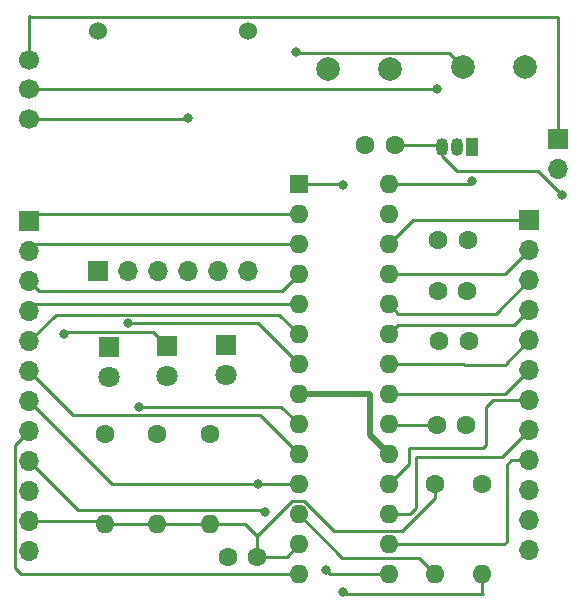
<source format=gbr>
%TF.GenerationSoftware,KiCad,Pcbnew,7.0.1-0*%
%TF.CreationDate,2023-04-17T16:38:54-05:00*%
%TF.ProjectId,PIC32,50494333-322e-46b6-9963-61645f706362,rev?*%
%TF.SameCoordinates,Original*%
%TF.FileFunction,Copper,L1,Top*%
%TF.FilePolarity,Positive*%
%FSLAX46Y46*%
G04 Gerber Fmt 4.6, Leading zero omitted, Abs format (unit mm)*
G04 Created by KiCad (PCBNEW 7.0.1-0) date 2023-04-17 16:38:54*
%MOMM*%
%LPD*%
G01*
G04 APERTURE LIST*
%TA.AperFunction,ComponentPad*%
%ADD10R,1.700000X1.700000*%
%TD*%
%TA.AperFunction,ComponentPad*%
%ADD11O,1.700000X1.700000*%
%TD*%
%TA.AperFunction,ComponentPad*%
%ADD12C,1.524000*%
%TD*%
%TA.AperFunction,ComponentPad*%
%ADD13C,1.600000*%
%TD*%
%TA.AperFunction,ComponentPad*%
%ADD14C,1.700000*%
%TD*%
%TA.AperFunction,ComponentPad*%
%ADD15C,2.000000*%
%TD*%
%TA.AperFunction,ComponentPad*%
%ADD16O,1.600000X1.600000*%
%TD*%
%TA.AperFunction,ComponentPad*%
%ADD17R,1.800000X1.800000*%
%TD*%
%TA.AperFunction,ComponentPad*%
%ADD18C,1.800000*%
%TD*%
%TA.AperFunction,ComponentPad*%
%ADD19O,1.050000X1.500000*%
%TD*%
%TA.AperFunction,ComponentPad*%
%ADD20R,1.050000X1.500000*%
%TD*%
%TA.AperFunction,ComponentPad*%
%ADD21R,1.600000X1.600000*%
%TD*%
%TA.AperFunction,ViaPad*%
%ADD22C,0.800000*%
%TD*%
%TA.AperFunction,Conductor*%
%ADD23C,0.250000*%
%TD*%
%TA.AperFunction,Conductor*%
%ADD24C,0.500000*%
%TD*%
G04 APERTURE END LIST*
D10*
%TO.P,J4,1,Pin_1*%
%TO.N,unconnected-(J4-Pin_1-Pad1)*%
X108780000Y-122140000D03*
D11*
%TO.P,J4,2,Pin_2*%
%TO.N,/U1TX*%
X111320000Y-122140000D03*
%TO.P,J4,3,Pin_3*%
%TO.N,/U1RX*%
X113860000Y-122140000D03*
%TO.P,J4,4,Pin_4*%
%TO.N,Net-(J4-Pin_4)*%
X116400000Y-122140000D03*
%TO.P,J4,5,Pin_5*%
%TO.N,unconnected-(J4-Pin_5-Pad5)*%
X118940000Y-122140000D03*
%TO.P,J4,6,Pin_6*%
%TO.N,GND*%
X121480000Y-122140000D03*
D12*
%TO.P,J4,7*%
%TO.N,N/C*%
X108780000Y-101820000D03*
%TO.P,J4,8*%
X121480000Y-101820000D03*
%TD*%
D13*
%TO.P,C6,1*%
%TO.N,+3.3V*%
X122260000Y-146290000D03*
%TO.P,C6,2*%
%TO.N,GND*%
X119760000Y-146290000D03*
%TD*%
%TO.P,C2,2*%
%TO.N,GND*%
X137590000Y-119470000D03*
%TO.P,C2,1*%
%TO.N,+3.3V*%
X140090000Y-119470000D03*
%TD*%
D14*
%TO.P,SW1,1,A*%
%TO.N,Net-(J4-Pin_4)*%
X102960000Y-109240000D03*
%TO.P,SW1,2,B*%
%TO.N,/Vin*%
X102960000Y-106740000D03*
%TO.P,SW1,3,C*%
%TO.N,Net-(J1-Pin_1)*%
X102960000Y-104240000D03*
%TD*%
D15*
%TO.P,SW3,1,1*%
%TO.N,/USER*%
X128220000Y-104980000D03*
%TO.P,SW3,2,2*%
%TO.N,GND*%
X133470000Y-104980000D03*
%TD*%
%TO.P,SW2,1,1*%
%TO.N,/MCLR*%
X139680000Y-104850000D03*
%TO.P,SW2,2,2*%
%TO.N,GND*%
X144930000Y-104850000D03*
%TD*%
D10*
%TO.P,J2,1,Pin_1*%
%TO.N,/A0*%
X102960000Y-117920000D03*
D11*
%TO.P,J2,2,Pin_2*%
%TO.N,/A1*%
X102960000Y-120460000D03*
%TO.P,J2,3,Pin_3*%
%TO.N,/B0*%
X102960000Y-123000000D03*
%TO.P,J2,4,Pin_4*%
%TO.N,/B1*%
X102960000Y-125540000D03*
%TO.P,J2,5,Pin_5*%
%TO.N,/B2*%
X102960000Y-128080000D03*
%TO.P,J2,6,Pin_6*%
%TO.N,/A3*%
X102960000Y-130620000D03*
%TO.P,J2,7,Pin_7*%
%TO.N,/GREEN*%
X102960000Y-133160000D03*
%TO.P,J2,8,Pin_8*%
%TO.N,/YELLOW*%
X102960000Y-135700000D03*
%TO.P,J2,9,Pin_9*%
%TO.N,/B6*%
X102960000Y-138240000D03*
%TO.P,J2,10,Pin_10*%
%TO.N,/Vin*%
X102960000Y-140780000D03*
%TO.P,J2,11,Pin_11*%
%TO.N,+3.3V*%
X102960000Y-143320000D03*
%TO.P,J2,12,Pin_12*%
%TO.N,GND*%
X102960000Y-145860000D03*
%TD*%
D16*
%TO.P,R2,2*%
%TO.N,+3.3V*%
X109370000Y-143500000D03*
D13*
%TO.P,R2,1*%
%TO.N,Net-(D2-A)*%
X109370000Y-135880000D03*
%TD*%
D10*
%TO.P,J3,1,Pin_1*%
%TO.N,/B15*%
X145280000Y-117820000D03*
D11*
%TO.P,J3,2,Pin_2*%
%TO.N,/B14*%
X145280000Y-120360000D03*
%TO.P,J3,3,Pin_3*%
%TO.N,/B13*%
X145280000Y-122900000D03*
%TO.P,J3,4,Pin_4*%
%TO.N,/B12*%
X145280000Y-125440000D03*
%TO.P,J3,5,Pin_5*%
%TO.N,/B11*%
X145280000Y-127980000D03*
%TO.P,J3,6,Pin_6*%
%TO.N,/B10*%
X145280000Y-130520000D03*
%TO.P,J3,7,Pin_7*%
%TO.N,/B9*%
X145280000Y-133060000D03*
%TO.P,J3,8,Pin_8*%
%TO.N,/B8*%
X145280000Y-135600000D03*
%TO.P,J3,9,Pin_9*%
%TO.N,/B7*%
X145280000Y-138140000D03*
%TO.P,J3,10,Pin_10*%
%TO.N,/Vin*%
X145280000Y-140680000D03*
%TO.P,J3,11,Pin_11*%
%TO.N,+3.3V*%
X145280000Y-143220000D03*
%TO.P,J3,12,Pin_12*%
%TO.N,GND*%
X145280000Y-145760000D03*
%TD*%
D13*
%TO.P,R3,1*%
%TO.N,Net-(D3-A)*%
X113780000Y-135880000D03*
D16*
%TO.P,R3,2*%
%TO.N,+3.3V*%
X113780000Y-143500000D03*
%TD*%
D13*
%TO.P,R5,1*%
%TO.N,+3.3V*%
X137340000Y-140150000D03*
D16*
%TO.P,R5,2*%
%TO.N,/USER*%
X137340000Y-147770000D03*
%TD*%
D13*
%TO.P,330,1*%
%TO.N,Net-(D1-A)*%
X118260000Y-135900000D03*
D16*
%TO.P,330,2*%
%TO.N,+3.3V*%
X118260000Y-143520000D03*
%TD*%
D13*
%TO.P,C3,1*%
%TO.N,+3.3V*%
X140060000Y-123850000D03*
%TO.P,C3,2*%
%TO.N,GND*%
X137560000Y-123850000D03*
%TD*%
D10*
%TO.P,J1,1,Pin_1*%
%TO.N,Net-(J1-Pin_1)*%
X147740000Y-110920000D03*
D11*
%TO.P,J1,2,Pin_2*%
%TO.N,GND*%
X147740000Y-113460000D03*
%TD*%
D17*
%TO.P,D1,1,K*%
%TO.N,/GREEN*%
X119650000Y-128385000D03*
D18*
%TO.P,D1,2,A*%
%TO.N,Net-(D1-A)*%
X119650000Y-130925000D03*
%TD*%
D17*
%TO.P,D3,1,K*%
%TO.N,/YELLOW*%
X114620000Y-128490000D03*
D18*
%TO.P,D3,2,A*%
%TO.N,Net-(D3-A)*%
X114620000Y-131030000D03*
%TD*%
D13*
%TO.P,C4,1*%
%TO.N,+3.3V*%
X140170000Y-128040000D03*
%TO.P,C4,2*%
%TO.N,GND*%
X137670000Y-128040000D03*
%TD*%
D19*
%TO.P,U2,3,Vin*%
%TO.N,/Vin*%
X137890000Y-111610000D03*
%TO.P,U2,2,GND*%
%TO.N,GND*%
X139160000Y-111610000D03*
D20*
%TO.P,U2,1,Vout*%
%TO.N,+3.3V*%
X140430000Y-111610000D03*
%TD*%
D13*
%TO.P,R4,1*%
%TO.N,+3.3V*%
X141270000Y-140110000D03*
D16*
%TO.P,R4,2*%
%TO.N,/MCLR*%
X141270000Y-147730000D03*
%TD*%
D13*
%TO.P,C1,1*%
%TO.N,/Vin*%
X133900000Y-111430000D03*
%TO.P,C1,2*%
%TO.N,GND*%
X131400000Y-111430000D03*
%TD*%
D17*
%TO.P,D2,1,K*%
%TO.N,GND*%
X109690000Y-128540000D03*
D18*
%TO.P,D2,2,A*%
%TO.N,Net-(D2-A)*%
X109690000Y-131080000D03*
%TD*%
D13*
%TO.P,C5,1*%
%TO.N,Net-(U1-Vcap)*%
X137460000Y-135190000D03*
%TO.P,C5,2*%
%TO.N,GND*%
X139960000Y-135190000D03*
%TD*%
D16*
%TO.P,PIC32MX170f256b,28,AVdd*%
%TO.N,+3.3V*%
X133400000Y-114775000D03*
%TO.P,PIC32MX170f256b,27,AVss*%
%TO.N,GND*%
X133400000Y-117315000D03*
%TO.P,PIC32MX170f256b,26,B15*%
%TO.N,/B15*%
X133400000Y-119855000D03*
%TO.P,PIC32MX170f256b,25,B14*%
%TO.N,/B14*%
X133400000Y-122395000D03*
%TO.P,PIC32MX170f256b,24,B13*%
%TO.N,/B13*%
X133400000Y-124935000D03*
%TO.P,PIC32MX170f256b,23,B12*%
%TO.N,/B12*%
X133400000Y-127475000D03*
%TO.P,PIC32MX170f256b,22,B11*%
%TO.N,/B11*%
X133400000Y-130015000D03*
%TO.P,PIC32MX170f256b,21,B10*%
%TO.N,/B10*%
X133400000Y-132555000D03*
%TO.P,PIC32MX170f256b,20,Vcap*%
%TO.N,Net-(U1-Vcap)*%
X133400000Y-135095000D03*
%TO.P,PIC32MX170f256b,19,Vss*%
%TO.N,GND*%
X133400000Y-137635000D03*
%TO.P,PIC32MX170f256b,18,B9*%
%TO.N,/B9*%
X133400000Y-140175000D03*
%TO.P,PIC32MX170f256b,17,B8*%
%TO.N,/B8*%
X133400000Y-142715000D03*
%TO.P,PIC32MX170f256b,16,B7*%
%TO.N,/B7*%
X133400000Y-145255000D03*
%TO.P,PIC32MX170f256b,15,B6*%
%TO.N,/B6*%
X133400000Y-147795000D03*
%TO.P,PIC32MX170f256b,14,B5*%
%TO.N,/YELLOW*%
X125780000Y-147795000D03*
%TO.P,PIC32MX170f256b,13,Vdd*%
%TO.N,+3.3V*%
X125780000Y-145255000D03*
%TO.P,PIC32MX170f256b,12,A4*%
%TO.N,/USER*%
X125780000Y-142715000D03*
%TO.P,PIC32MX170f256b,11,B4*%
%TO.N,/GREEN*%
X125780000Y-140175000D03*
%TO.P,PIC32MX170f256b,10,A3*%
%TO.N,/A3*%
X125780000Y-137635000D03*
%TO.P,PIC32MX170f256b,9,A2*%
%TO.N,/U1RX*%
X125780000Y-135095000D03*
%TO.P,PIC32MX170f256b,8,Vss*%
%TO.N,GND*%
X125780000Y-132555000D03*
%TO.P,PIC32MX170f256b,7,B3*%
%TO.N,/U1TX*%
X125780000Y-130015000D03*
%TO.P,PIC32MX170f256b,6,B2*%
%TO.N,/B2*%
X125780000Y-127475000D03*
%TO.P,PIC32MX170f256b,5,B1*%
%TO.N,/B1*%
X125780000Y-124935000D03*
%TO.P,PIC32MX170f256b,4,B0*%
%TO.N,/B0*%
X125780000Y-122395000D03*
%TO.P,PIC32MX170f256b,3,A1*%
%TO.N,/A1*%
X125780000Y-119855000D03*
%TO.P,PIC32MX170f256b,2,A0*%
%TO.N,/A0*%
X125780000Y-117315000D03*
D21*
%TO.P,PIC32MX170f256b,1,~{MCLR}*%
%TO.N,/MCLR*%
X125780000Y-114775000D03*
%TD*%
D22*
%TO.N,/Vin*%
X148080000Y-115720000D03*
%TO.N,/B6*%
X128060000Y-147430000D03*
X122890000Y-142490000D03*
%TO.N,/YELLOW*%
X105900000Y-127480000D03*
%TO.N,/GREEN*%
X122310000Y-140175000D03*
%TO.N,/U1TX*%
X111340000Y-126530000D03*
%TO.N,/U1RX*%
X112280000Y-133590000D03*
%TO.N,/MCLR*%
X129500000Y-114850000D03*
X129540000Y-149270000D03*
X125580000Y-103610000D03*
%TO.N,+3.3V*%
X140430000Y-114520000D03*
%TO.N,/Vin*%
X137480000Y-106710000D03*
%TO.N,Net-(J4-Pin_4)*%
X116400000Y-109170000D03*
%TD*%
D23*
%TO.N,/Vin*%
X148080000Y-115720000D02*
X146010000Y-113650000D01*
X146010000Y-113650000D02*
X139180000Y-113650000D01*
X139180000Y-113650000D02*
X137890000Y-112360000D01*
X137890000Y-112360000D02*
X137890000Y-111610000D01*
%TO.N,+3.3V*%
X113780000Y-143500000D02*
X118240000Y-143500000D01*
X118240000Y-143500000D02*
X118260000Y-143520000D01*
X109370000Y-143500000D02*
X113780000Y-143500000D01*
X102960000Y-143320000D02*
X109190000Y-143320000D01*
%TO.N,/B6*%
X128425000Y-147795000D02*
X133400000Y-147795000D01*
X102960000Y-138240000D02*
X107095000Y-142375000D01*
X128060000Y-147430000D02*
X128425000Y-147795000D01*
X107095000Y-142375000D02*
X122775000Y-142375000D01*
X122775000Y-142375000D02*
X122890000Y-142490000D01*
%TO.N,/YELLOW*%
X113445000Y-127315000D02*
X106065000Y-127315000D01*
X106065000Y-127315000D02*
X105900000Y-127480000D01*
X114620000Y-128490000D02*
X113445000Y-127315000D01*
X125780000Y-147795000D02*
X102305000Y-147795000D01*
X102305000Y-147795000D02*
X101785000Y-147275000D01*
X101785000Y-147275000D02*
X101785000Y-136875000D01*
X101785000Y-136875000D02*
X102960000Y-135700000D01*
%TO.N,/GREEN*%
X125780000Y-140175000D02*
X109975000Y-140175000D01*
X109975000Y-140175000D02*
X102960000Y-133160000D01*
%TO.N,/A3*%
X102960000Y-130620000D02*
X106655000Y-134315000D01*
X106655000Y-134315000D02*
X122460000Y-134315000D01*
X122460000Y-134315000D02*
X125780000Y-137635000D01*
%TO.N,/B2*%
X125780000Y-127475000D02*
X124110000Y-125805000D01*
X124110000Y-125805000D02*
X105235000Y-125805000D01*
X105235000Y-125805000D02*
X102960000Y-128080000D01*
%TO.N,/B1*%
X125780000Y-124935000D02*
X103565000Y-124935000D01*
X103565000Y-124935000D02*
X102960000Y-125540000D01*
%TO.N,/B0*%
X125780000Y-122395000D02*
X124325000Y-123850000D01*
X124325000Y-123850000D02*
X103810000Y-123850000D01*
X103810000Y-123850000D02*
X102960000Y-123000000D01*
%TO.N,/A1*%
X125780000Y-119855000D02*
X103565000Y-119855000D01*
X103565000Y-119855000D02*
X102960000Y-120460000D01*
%TO.N,/A0*%
X125780000Y-117315000D02*
X103565000Y-117315000D01*
X103565000Y-117315000D02*
X102960000Y-117920000D01*
%TO.N,/U1TX*%
X111340000Y-126530000D02*
X122295000Y-126530000D01*
X122295000Y-126530000D02*
X125780000Y-130015000D01*
%TO.N,/U1RX*%
X124275000Y-133590000D02*
X125780000Y-135095000D01*
X112280000Y-133590000D02*
X124275000Y-133590000D01*
%TO.N,+3.3V*%
X122265000Y-144525000D02*
X122260000Y-144530000D01*
X125200000Y-141590000D02*
X122265000Y-144525000D01*
X122265000Y-144525000D02*
X121260000Y-143520000D01*
X121260000Y-143520000D02*
X118260000Y-143520000D01*
X137340000Y-140150000D02*
X137340000Y-141320000D01*
X137340000Y-141320000D02*
X134530000Y-144130000D01*
X122260000Y-144530000D02*
X122260000Y-146290000D01*
X134530000Y-144130000D02*
X128785991Y-144130000D01*
X128785991Y-144130000D02*
X126245991Y-141590000D01*
X126245991Y-141590000D02*
X125200000Y-141590000D01*
X122260000Y-146290000D02*
X124745000Y-146290000D01*
X124745000Y-146290000D02*
X125780000Y-145255000D01*
D24*
%TO.N,GND*%
X131800000Y-136035000D02*
X131800000Y-132520000D01*
X133400000Y-137635000D02*
X131800000Y-136035000D01*
X131765000Y-132555000D02*
X125780000Y-132555000D01*
D23*
X131800000Y-132520000D02*
X131765000Y-132555000D01*
%TO.N,/MCLR*%
X141360000Y-149430000D02*
X129490000Y-149430000D01*
X129490000Y-149430000D02*
X129490000Y-149320000D01*
X141270000Y-147730000D02*
X141270000Y-149340000D01*
X129490000Y-149320000D02*
X129540000Y-149270000D01*
X141270000Y-149340000D02*
X141360000Y-149430000D01*
X129425000Y-114775000D02*
X125780000Y-114775000D01*
X129500000Y-114850000D02*
X129425000Y-114775000D01*
%TO.N,/USER*%
X137340000Y-147770000D02*
X135950000Y-146380000D01*
X135950000Y-146380000D02*
X129445000Y-146380000D01*
X129445000Y-146380000D02*
X125780000Y-142715000D01*
%TO.N,/MCLR*%
X138485000Y-103655000D02*
X125625000Y-103655000D01*
X125625000Y-103655000D02*
X125580000Y-103610000D01*
X139680000Y-104850000D02*
X138485000Y-103655000D01*
%TO.N,/B7*%
X133400000Y-145255000D02*
X143195000Y-145255000D01*
X143195000Y-145255000D02*
X143380000Y-145070000D01*
X143380000Y-145070000D02*
X143380000Y-138500000D01*
X143380000Y-138500000D02*
X143740000Y-138140000D01*
X143740000Y-138140000D02*
X145280000Y-138140000D01*
%TO.N,/B8*%
X133400000Y-142715000D02*
X135165000Y-142715000D01*
X135165000Y-142715000D02*
X135710000Y-142170000D01*
X135710000Y-142170000D02*
X135710000Y-137870000D01*
X143010000Y-137870000D02*
X145280000Y-135600000D01*
X135710000Y-137870000D02*
X143010000Y-137870000D01*
%TO.N,/B9*%
X133400000Y-140175000D02*
X135090000Y-138485000D01*
X141670000Y-136830000D02*
X141670000Y-133610000D01*
X135090000Y-138485000D02*
X135090000Y-137080000D01*
X135090000Y-137080000D02*
X141420000Y-137080000D01*
X141420000Y-137080000D02*
X141670000Y-136830000D01*
X141670000Y-133610000D02*
X142220000Y-133060000D01*
X142220000Y-133060000D02*
X145280000Y-133060000D01*
%TO.N,/B10*%
X133400000Y-132555000D02*
X143245000Y-132555000D01*
X143245000Y-132555000D02*
X145280000Y-130520000D01*
%TO.N,/B11*%
X139810991Y-130040000D02*
X143310000Y-130040000D01*
X139785991Y-130015000D02*
X139810991Y-130040000D01*
X133400000Y-130015000D02*
X139785991Y-130015000D01*
X143310000Y-130040000D02*
X143310000Y-129950000D01*
X143310000Y-129950000D02*
X145280000Y-127980000D01*
%TO.N,/B12*%
X133400000Y-127475000D02*
X134199999Y-126675001D01*
X144044999Y-126675001D02*
X145280000Y-125440000D01*
X134199999Y-126675001D02*
X144044999Y-126675001D01*
%TO.N,/B13*%
X133400000Y-124935000D02*
X134199999Y-125734999D01*
X134199999Y-125734999D02*
X142445001Y-125734999D01*
X142445001Y-125734999D02*
X145280000Y-122900000D01*
%TO.N,/B14*%
X133400000Y-122395000D02*
X143245000Y-122395000D01*
X143245000Y-122395000D02*
X145280000Y-120360000D01*
%TO.N,/B15*%
X133400000Y-119855000D02*
X135435000Y-117820000D01*
X135435000Y-117820000D02*
X145280000Y-117820000D01*
%TO.N,Net-(U1-Vcap)*%
X137460000Y-135190000D02*
X133495000Y-135190000D01*
X133495000Y-135190000D02*
X133400000Y-135095000D01*
%TO.N,/Vin*%
X133900000Y-111430000D02*
X137710000Y-111430000D01*
X137710000Y-111430000D02*
X137890000Y-111610000D01*
%TO.N,+3.3V*%
X140430000Y-114520000D02*
X140175000Y-114775000D01*
X140175000Y-114775000D02*
X133400000Y-114775000D01*
%TO.N,/Vin*%
X137450000Y-106740000D02*
X137480000Y-106710000D01*
X102960000Y-106740000D02*
X137450000Y-106740000D01*
%TO.N,Net-(J4-Pin_4)*%
X116330000Y-109240000D02*
X102960000Y-109240000D01*
X116400000Y-109170000D02*
X116330000Y-109240000D01*
%TO.N,Net-(J1-Pin_1)*%
X147740000Y-100580000D02*
X103050000Y-100580000D01*
X103050000Y-100580000D02*
X102980000Y-100510000D01*
X147740000Y-110920000D02*
X147740000Y-100580000D01*
X102960000Y-100530000D02*
X102960000Y-104240000D01*
X102980000Y-100510000D02*
X102960000Y-100530000D01*
%TD*%
M02*

</source>
